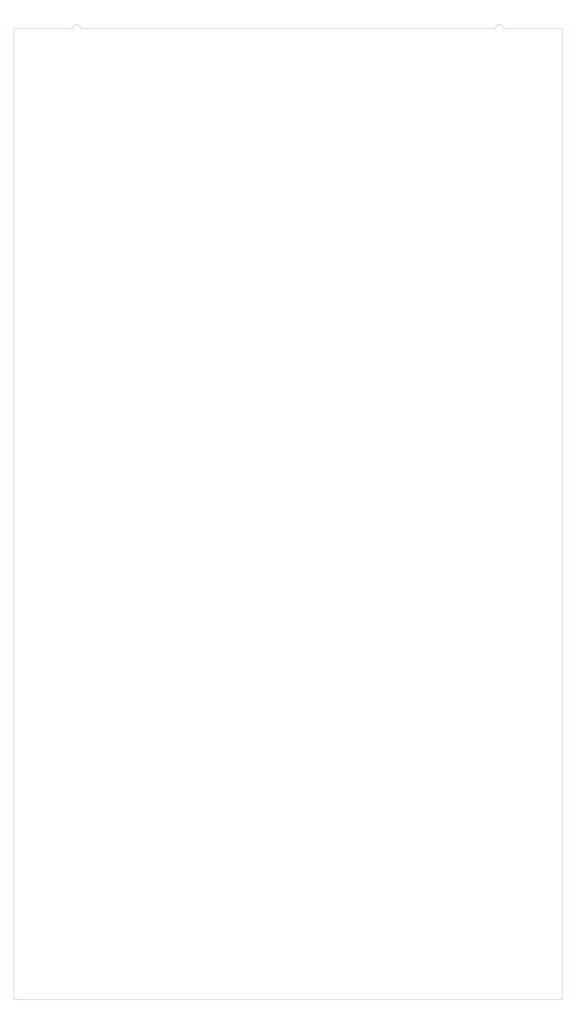
<source format=gbr>
%TF.GenerationSoftware,KiCad,Pcbnew,7.0.8*%
%TF.CreationDate,2023-12-09T13:02:37-08:00*%
%TF.ProjectId,LED_board,4c45445f-626f-4617-9264-2e6b69636164,rev?*%
%TF.SameCoordinates,Original*%
%TF.FileFunction,Profile,NP*%
%FSLAX46Y46*%
G04 Gerber Fmt 4.6, Leading zero omitted, Abs format (unit mm)*
G04 Created by KiCad (PCBNEW 7.0.8) date 2023-12-09 13:02:37*
%MOMM*%
%LPD*%
G01*
G04 APERTURE LIST*
%TA.AperFunction,Profile*%
%ADD10C,0.100000*%
%TD*%
G04 APERTURE END LIST*
D10*
X181500000Y13000000D02*
X205000000Y13000000D01*
X13500000Y13000000D02*
X178500000Y13000000D01*
X-13000000Y13000000D02*
X10500000Y13000000D01*
X13500000Y13000000D02*
G75*
G03*
X10500000Y13000000I-1500000J0D01*
G01*
X181500000Y13000000D02*
G75*
G03*
X178500000Y13000000I-1500000J0D01*
G01*
X205000000Y-373000000D02*
X205000000Y13000000D01*
X205000000Y-373000000D02*
X-13000000Y-373000000D01*
X-13000000Y13000000D02*
X-13000000Y-373000000D01*
M02*

</source>
